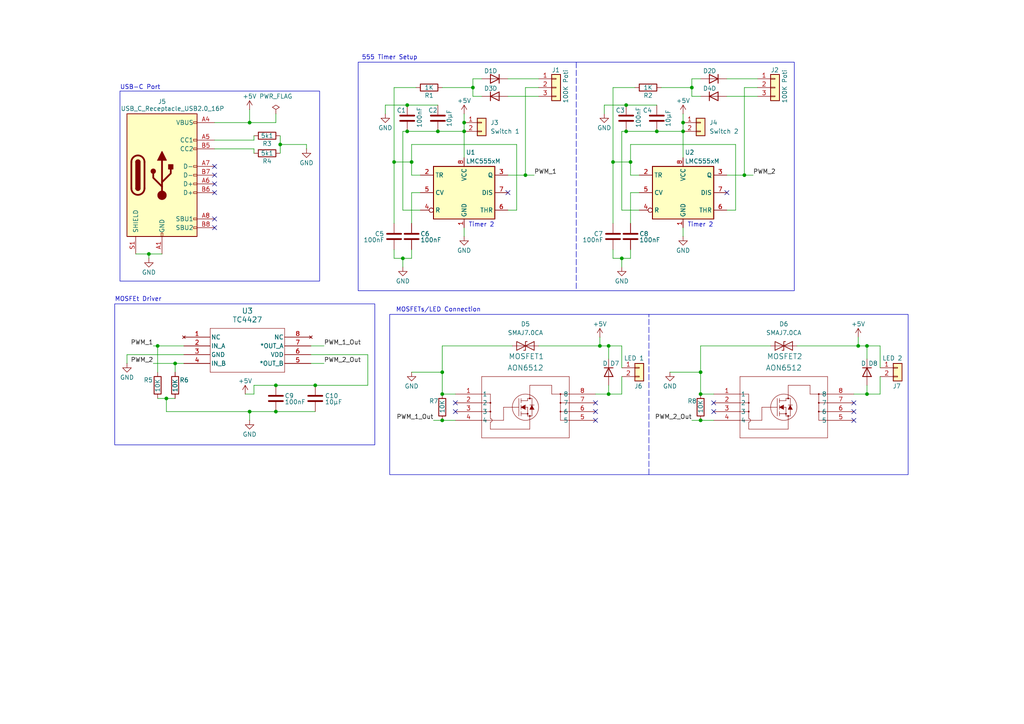
<source format=kicad_sch>
(kicad_sch (version 20231120) (generator "eeschema") (generator_version "8.0")
  (paper "A4")
  (lib_symbols
    (symbol "2025-04-27_13-59-50:TC4426CPA" (pin_names (offset 0.254))
      (property "Reference" "U3" (at 18.288 6.858 0))
      (property "Value" "TC4426CPA" (at 18.288 4.318 0))
      (symbol "TC4426CPA_0_1"
        (polyline (pts (xy 7.62 -10.16) (xy 29.21 -10.16)) (stroke (width 0.127)))
        (polyline (pts (xy 7.62 2.54) (xy 7.62 -10.16)) (stroke (width 0.127)))
        (polyline (pts (xy 29.21 -10.16) (xy 29.21 2.54)) (stroke (width 0.127)))
        (polyline (pts (xy 29.21 2.54) (xy 7.62 2.54)) (stroke (width 0.127)))
        (pin no_connect line (at 0 0 0) (length 7.62) (name "NC") (number "1"))
        (pin input line (at 0 -2.54 0) (length 7.62) (name "IN_A") (number "2"))
        (pin power_out line (at 0 -5.08 0) (length 7.62) (name "GND") (number "3"))
        (pin input line (at 0 -7.62 0) (length 7.62) (name "IN_B") (number "4"))
        (pin output line (at 36.83 -7.62 180) (length 7.62) (name "*OUT_B") (number "5"))
        (pin power_in line (at 36.83 -5.08 180) (length 7.62) (name "VDD") (number "6"))
        (pin output line (at 36.83 -2.54 180) (length 7.62) (name "*OUT_A") (number "7"))
        (pin no_connect line (at 36.83 0 180) (length 7.62) (name "NC") (number "8"))
      )
    )
    (symbol "AON6512_1" (pin_names (offset 0.254))
      (property "Reference" "MOSFET1" (at 20.574 10.922 0))
      (property "Value" "AON6512" (at 20.32 7.62 0))
      (symbol "AON6512_1_0_1"
        (polyline (pts (xy 7.62 -12.7) (xy 33.02 -12.7)) (stroke (width 0.127)))
        (polyline (pts (xy 7.62 -7.62) (xy 13.97 -7.62)) (stroke (width 0.127)))
        (polyline (pts (xy 7.62 -5.08) (xy 10.16 -5.08)) (stroke (width 0.127)))
        (polyline (pts (xy 7.62 -2.54) (xy 10.16 -2.54)) (stroke (width 0.127)))
        (polyline (pts (xy 7.62 0) (xy 10.16 0)) (stroke (width 0.127)))
        (polyline (pts (xy 7.62 5.08) (xy 7.62 -12.7)) (stroke (width 0.127)))
        (polyline (pts (xy 10.16 -10.16) (xy 21.59 -10.16)) (stroke (width 0.127)))
        (polyline (pts (xy 10.16 -8.128) (xy 10.16 -10.16)) (stroke (width 0.127)))
        (polyline (pts (xy 10.16 0) (xy 10.16 -7.112)) (stroke (width 0.127)))
        (polyline (pts (xy 13.97 -7.62) (xy 13.97 -3.81)) (stroke (width 0.127)))
        (polyline (pts (xy 13.97 -3.81) (xy 18.415 -3.81)) (stroke (width 0.127)))
        (polyline (pts (xy 18.415 -6.35) (xy 18.415 -1.27)) (stroke (width 0.127)))
        (polyline (pts (xy 19.05 -6.35) (xy 19.05 -5.08)) (stroke (width 0.127)))
        (polyline (pts (xy 19.05 -5.715) (xy 20.955 -5.715)) (stroke (width 0.127)))
        (polyline (pts (xy 19.05 -4.445) (xy 19.05 -3.175)) (stroke (width 0.127)))
        (polyline (pts (xy 19.05 -2.54) (xy 19.05 -1.27)) (stroke (width 0.127)))
        (polyline (pts (xy 19.05 -1.905) (xy 20.955 -1.905)) (stroke (width 0.127)))
        (polyline (pts (xy 20.32 -3.81) (xy 20.955 -3.81)) (stroke (width 0.127)))
        (polyline (pts (xy 20.955 -6.35) (xy 20.955 -3.81)) (stroke (width 0.127)))
        (polyline (pts (xy 20.955 -6.35) (xy 22.225 -6.35)) (stroke (width 0.127)))
        (polyline (pts (xy 20.955 -1.905) (xy 20.955 -1.27)) (stroke (width 0.127)))
        (polyline (pts (xy 20.955 -1.27) (xy 22.225 -1.27)) (stroke (width 0.127)))
        (polyline (pts (xy 21.59 -10.16) (xy 21.59 -6.35)) (stroke (width 0.127)))
        (polyline (pts (xy 21.59 2.54) (xy 21.59 -1.27)) (stroke (width 0.127)))
        (polyline (pts (xy 22.225 -6.35) (xy 22.225 -4.445)) (stroke (width 0.127)))
        (polyline (pts (xy 22.225 -3.175) (xy 22.225 -1.27)) (stroke (width 0.127)))
        (polyline (pts (xy 22.86 -3.175) (xy 21.59 -3.175)) (stroke (width 0.127)))
        (polyline (pts (xy 27.94 0) (xy 27.94 2.54)) (stroke (width 0.127)))
        (polyline (pts (xy 27.94 2.54) (xy 21.59 2.54)) (stroke (width 0.127)))
        (polyline (pts (xy 30.48 -7.62) (xy 30.48 0)) (stroke (width 0.127)))
        (polyline (pts (xy 33.02 -12.7) (xy 33.02 5.08)) (stroke (width 0.127)))
        (polyline (pts (xy 33.02 -7.62) (xy 30.48 -7.62)) (stroke (width 0.127)))
        (polyline (pts (xy 33.02 -5.08) (xy 30.48 -5.08)) (stroke (width 0.127)))
        (polyline (pts (xy 33.02 -2.54) (xy 30.48 -2.54)) (stroke (width 0.127)))
        (polyline (pts (xy 33.02 0) (xy 27.94 0)) (stroke (width 0.127)))
        (polyline (pts (xy 33.02 5.08) (xy 7.62 5.08)) (stroke (width 0.127)))
        (polyline (pts (xy 20.32 -3.175) (xy 19.05 -3.81) (xy 20.32 -4.445)) (fill (type outline)))
        (polyline (pts (xy 22.86 -4.445) (xy 21.59 -4.445) (xy 22.225 -3.175)) (fill (type outline)))
        (arc (start 10.16 -8.128) (mid 10.6657 -7.62) (end 10.16 -7.112) (stroke (width 0.127)))
        (circle (center 10.16 -5.08) (radius 0.127) (stroke (width 0.254)))
        (circle (center 10.16 -2.54) (radius 0.127) (stroke (width 0.254)))
        (circle (center 20.32 -3.81) (radius 3.81) (stroke (width 0.127)))
        (circle (center 20.955 -5.715) (radius 0.127) (stroke (width 0.254)))
        (circle (center 21.59 -6.35) (radius 0.127) (stroke (width 0.254)))
        (circle (center 21.59 -1.27) (radius 0.127) (stroke (width 0.254)))
        (circle (center 30.48 -5.08) (radius 0.127) (stroke (width 0.254)))
        (circle (center 30.48 -2.54) (radius 0.127) (stroke (width 0.254)))
        (circle (center 30.48 0) (radius 0.127) (stroke (width 0.254)))
        (pin passive line (at 0 0 0) (length 7.62) (name "1") (number "1"))
        (pin input line (at 0 -2.54 0) (length 7.62) (name "2") (number "2"))
        (pin input line (at 0 -5.08 0) (length 7.62) (name "3") (number "3"))
        (pin input line (at 0 -7.62 0) (length 7.62) (name "4") (number "4"))
        (pin output line (at 40.64 -7.62 180) (length 7.62) (name "5") (number "5"))
        (pin output line (at 40.64 -5.08 180) (length 7.62) (name "6") (number "6"))
        (pin output line (at 40.64 -2.54 180) (length 7.62) (name "7") (number "7"))
      )
      (symbol "AON6512_1_1_1"
        (pin power_out line (at 40.64 0 180) (length 7.62) (name "8") (number "8"))
      )
    )
    (symbol "AON6512_2" (pin_names (offset 0.254))
      (property "Reference" "MOSFET2" (at 20.574 10.922 0))
      (property "Value" "AON6512" (at 20.32 7.62 0))
      (symbol "AON6512_2_0_1"
        (polyline (pts (xy 7.62 -12.7) (xy 33.02 -12.7)) (stroke (width 0.127)))
        (polyline (pts (xy 7.62 -7.62) (xy 13.97 -7.62)) (stroke (width 0.127)))
        (polyline (pts (xy 7.62 -5.08) (xy 10.16 -5.08)) (stroke (width 0.127)))
        (polyline (pts (xy 7.62 -2.54) (xy 10.16 -2.54)) (stroke (width 0.127)))
        (polyline (pts (xy 7.62 0) (xy 10.16 0)) (stroke (width 0.127)))
        (polyline (pts (xy 7.62 5.08) (xy 7.62 -12.7)) (stroke (width 0.127)))
        (polyline (pts (xy 10.16 -10.16) (xy 21.59 -10.16)) (stroke (width 0.127)))
        (polyline (pts (xy 10.16 -8.128) (xy 10.16 -10.16)) (stroke (width 0.127)))
        (polyline (pts (xy 10.16 0) (xy 10.16 -7.112)) (stroke (width 0.127)))
        (polyline (pts (xy 13.97 -7.62) (xy 13.97 -3.81)) (stroke (width 0.127)))
        (polyline (pts (xy 13.97 -3.81) (xy 18.415 -3.81)) (stroke (width 0.127)))
        (polyline (pts (xy 18.415 -6.35) (xy 18.415 -1.27)) (stroke (width 0.127)))
        (polyline (pts (xy 19.05 -6.35) (xy 19.05 -5.08)) (stroke (width 0.127)))
        (polyline (pts (xy 19.05 -5.715) (xy 20.955 -5.715)) (stroke (width 0.127)))
        (polyline (pts (xy 19.05 -4.445) (xy 19.05 -3.175)) (stroke (width 0.127)))
        (polyline (pts (xy 19.05 -2.54) (xy 19.05 -1.27)) (stroke (width 0.127)))
        (polyline (pts (xy 19.05 -1.905) (xy 20.955 -1.905)) (stroke (width 0.127)))
        (polyline (pts (xy 20.32 -3.81) (xy 20.955 -3.81)) (stroke (width 0.127)))
        (polyline (pts (xy 20.955 -6.35) (xy 20.955 -3.81)) (stroke (width 0.127)))
        (polyline (pts (xy 20.955 -6.35) (xy 22.225 -6.35)) (stroke (width 0.127)))
        (polyline (pts (xy 20.955 -1.905) (xy 20.955 -1.27)) (stroke (width 0.127)))
        (polyline (pts (xy 20.955 -1.27) (xy 22.225 -1.27)) (stroke (width 0.127)))
        (polyline (pts (xy 21.59 -10.16) (xy 21.59 -6.35)) (stroke (width 0.127)))
        (polyline (pts (xy 21.59 2.54) (xy 21.59 -1.27)) (stroke (width 0.127)))
        (polyline (pts (xy 22.225 -6.35) (xy 22.225 -4.445)) (stroke (width 0.127)))
        (polyline (pts (xy 22.225 -3.175) (xy 22.225 -1.27)) (stroke (width 0.127)))
        (polyline (pts (xy 22.86 -3.175) (xy 21.59 -3.175)) (stroke (width 0.127)))
        (polyline (pts (xy 27.94 0) (xy 27.94 2.54)) (stroke (width 0.127)))
        (polyline (pts (xy 27.94 2.54) (xy 21.59 2.54)) (stroke (width 0.127)))
        (polyline (pts (xy 30.48 -7.62) (xy 30.48 0)) (stroke (width 0.127)))
        (polyline (pts (xy 33.02 -12.7) (xy 33.02 5.08)) (stroke (width 0.127)))
        (polyline (pts (xy 33.02 -7.62) (xy 30.48 -7.62)) (stroke (width 0.127)))
        (polyline (pts (xy 33.02 -5.08) (xy 30.48 -5.08)) (stroke (width 0.127)))
        (polyline (pts (xy 33.02 -2.54) (xy 30.48 -2.54)) (stroke (width 0.127)))
        (polyline (pts (xy 33.02 0) (xy 27.94 0)) (stroke (width 0.127)))
        (polyline (pts (xy 33.02 5.08) (xy 7.62 5.08)) (stroke (width 0.127)))
        (polyline (pts (xy 20.32 -3.175) (xy 19.05 -3.81) (xy 20.32 -4.445)) (fill (type outline)))
        (polyline (pts (xy 22.86 -4.445) (xy 21.59 -4.445) (xy 22.225 -3.175)) (fill (type outline)))
        (arc (start 10.16 -8.128) (mid 10.6657 -7.62) (end 10.16 -7.112) (stroke (width 0.127)))
        (circle (center 10.16 -5.08) (radius 0.127) (stroke (width 0.254)))
        (circle (center 10.16 -2.54) (radius 0.127) (stroke (width 0.254)))
        (circle (center 20.32 -3.81) (radius 3.81) (stroke (width 0.127)))
        (circle (center 20.955 -5.715) (radius 0.127) (stroke (width 0.254)))
        (circle (center 21.59 -6.35) (radius 0.127) (stroke (width 0.254)))
        (circle (center 21.59 -1.27) (radius 0.127) (stroke (width 0.254)))
        (circle (center 30.48 -5.08) (radius 0.127) (stroke (width 0.254)))
        (circle (center 30.48 -2.54) (radius 0.127) (stroke (width 0.254)))
        (circle (center 30.48 0) (radius 0.127) (stroke (width 0.254)))
        (pin passive line (at 0 0 0) (length 7.62) (name "1") (number "1"))
        (pin input line (at 0 -2.54 0) (length 7.62) (name "2") (number "2"))
        (pin input line (at 0 -5.08 0) (length 7.62) (name "3") (number "3"))
        (pin input line (at 0 -7.62 0) (length 7.62) (name "4") (number "4"))
        (pin output line (at 40.64 -7.62 180) (length 7.62) (name "5") (number "5"))
        (pin output line (at 40.64 -5.08 180) (length 7.62) (name "6") (number "6"))
        (pin output line (at 40.64 -2.54 180) (length 7.62) (name "7") (number "7"))
      )
      (symbol "AON6512_2_1_1"
        (pin power_out line (at 40.64 0 180) (length 7.62) (name "8") (number "8"))
      )
    )
    (symbol "Connector:USB_C_Receptacle_USB2.0_16P" (pin_names (offset 1.016))
      (property "Reference" "J5" (at 0 21.336 0))
      (property "Value" "USB_C_Receptacle_USB2.0_16P" (at 3.048 19.304 0))
      (symbol "USB_C_Receptacle_USB2.0_16P_0_0"
        (rectangle (start -0.254 -17.78) (end 0.254 -16.764))
        (rectangle (start 10.16 -14.986) (end 9.144 -15.494))
        (rectangle (start 10.16 -12.446) (end 9.144 -12.954))
        (rectangle (start 10.16 -4.826) (end 9.144 -5.334))
        (rectangle (start 10.16 -2.286) (end 9.144 -2.794))
        (rectangle (start 10.16 0.254) (end 9.144 -0.254))
        (rectangle (start 10.16 2.794) (end 9.144 2.286))
        (rectangle (start 10.16 7.874) (end 9.144 7.366))
        (rectangle (start 10.16 10.414) (end 9.144 9.906))
        (rectangle (start 10.16 15.494) (end 9.144 14.986))
      )
      (symbol "USB_C_Receptacle_USB2.0_16P_0_1"
        (rectangle (start -10.16 17.78) (end 10.16 -17.78) (stroke (width 0.254)) (fill (type background)))
        (arc (start -8.89 -3.81) (mid -6.985 -5.7067) (end -5.08 -3.81) (stroke (width 0.508)))
        (arc (start -7.62 -3.81) (mid -6.985 -4.4423) (end -6.35 -3.81) (stroke (width 0.254)))
        (arc (start -7.62 -3.81) (mid -6.985 -4.4423) (end -6.35 -3.81) (stroke (width 0.254)) (fill (type outline)))
        (rectangle (start -7.62 -3.81) (end -6.35 3.81) (stroke (width 0.254)) (fill (type outline)))
        (arc (start -6.35 3.81) (mid -6.985 4.4423) (end -7.62 3.81) (stroke (width 0.254)))
        (arc (start -6.35 3.81) (mid -6.985 4.4423) (end -7.62 3.81) (stroke (width 0.254)) (fill (type outline)))
        (arc (start -5.08 3.81) (mid -6.985 5.7067) (end -8.89 3.81) (stroke (width 0.508)))
        (circle (center -2.54 1.143) (radius 0.635) (stroke (width 0.254)) (fill (type outline)))
        (circle (center 0 -5.842) (radius 1.27) (fill (type outline)))
        (polyline (pts (xy -8.89 -3.81) (xy -8.89 3.81)) (stroke (width 0.508)))
        (polyline (pts (xy -5.08 3.81) (xy -5.08 -3.81)) (stroke (width 0.508)))
        (polyline (pts (xy 0 -5.842) (xy 0 4.318)) (stroke (width 0.508)))
        (polyline (pts (xy 0 -3.302) (xy -2.54 -0.762) (xy -2.54 0.508)) (stroke (width 0.508)))
        (polyline (pts (xy 0 -2.032) (xy 2.54 0.508) (xy 2.54 1.778)) (stroke (width 0.508)))
        (polyline (pts (xy -1.27 4.318) (xy 0 6.858) (xy 1.27 4.318) (xy -1.27 4.318)) (stroke (width 0.254)) (fill (type outline)))
        (rectangle (start 1.905 1.778) (end 3.175 3.048) (stroke (width 0.254)) (fill (type outline)))
      )
      (symbol "USB_C_Receptacle_USB2.0_16P_1_1"
        (pin passive line (at 0 -22.86 90) (length 5.08) (name "GND") (number "A1"))
        (pin passive line (at 0 -22.86 90) (length 5.08) hide (name "GND") (number "A12"))
        (pin passive line (at 15.24 15.24 180) (length 5.08) (name "VBUS") (number "A4"))
        (pin bidirectional line (at 15.24 10.16 180) (length 5.08) (name "CC1") (number "A5"))
        (pin bidirectional line (at 15.24 -2.54 180) (length 5.08) (name "D+") (number "A6"))
        (pin bidirectional line (at 15.24 2.54 180) (length 5.08) (name "D-") (number "A7"))
        (pin bidirectional line (at 15.24 -12.7 180) (length 5.08) (name "SBU1") (number "A8"))
        (pin passive line (at 15.24 15.24 180) (length 5.08) hide (name "VBUS") (number "A9"))
        (pin passive line (at 0 -22.86 90) (length 5.08) hide (name "GND") (number "B1"))
        (pin passive line (at 0 -22.86 90) (length 5.08) hide (name "GND") (number "B12"))
        (pin passive line (at 15.24 15.24 180) (length 5.08) hide (name "VBUS") (number "B4"))
        (pin bidirectional line (at 15.24 7.62 180) (length 5.08) (name "CC2") (number "B5"))
        (pin bidirectional line (at 15.24 -5.08 180) (length 5.08) (name "D+") (number "B6"))
        (pin bidirectional line (at 15.24 0 180) (length 5.08) (name "D-") (number "B7"))
        (pin bidirectional line (at 15.24 -15.24 180) (length 5.08) (name "SBU2") (number "B8"))
        (pin passive line (at 15.24 15.24 180) (length 5.08) hide (name "VBUS") (number "B9"))
        (pin passive line (at -7.62 -22.86 90) (length 5.08) (name "SHIELD") (number "S1"))
      )
    )
    (symbol "Connector_Generic:Conn_01x02" (pin_names (offset 1.016) hide)
      (property "Reference" "J" (at 0 2.54 0))
      (property "Value" "Conn_01x02" (at 0 -5.08 0))
      (symbol "Conn_01x02_1_1"
        (rectangle (start -1.27 -2.413) (end 0 -2.667) (stroke (width 0.1524)))
        (rectangle (start -1.27 0.127) (end 0 -0.127) (stroke (width 0.1524)))
        (rectangle (start -1.27 1.27) (end 1.27 -3.81) (stroke (width 0.254)) (fill (type background)))
        (pin passive line (at -5.08 0 0) (length 3.81) (name "Pin_1") (number "1"))
        (pin passive line (at -5.08 -2.54 0) (length 3.81) (name "Pin_2") (number "2"))
      )
    )
    (symbol "Connector_Generic:Conn_01x03" (pin_names (offset 1.016) hide)
      (property "Reference" "J" (at 0 5.08 0))
      (property "Value" "Conn_01x03" (at 0 -5.08 0))
      (symbol "Conn_01x03_1_1"
        (rectangle (start -1.27 -2.413) (end 0 -2.667) (stroke (width 0.1524)))
        (rectangle (start -1.27 0.127) (end 0 -0.127) (stroke (width 0.1524)))
        (rectangle (start -1.27 2.667) (end 0 2.413) (stroke (width 0.1524)))
        (rectangle (start -1.27 3.81) (end 1.27 -3.81) (stroke (width 0.254)) (fill (type background)))
        (pin passive line (at -5.08 2.54 0) (length 3.81) (name "Pin_1") (number "1"))
        (pin passive line (at -5.08 0 0) (length 3.81) (name "Pin_2") (number "2"))
        (pin passive line (at -5.08 -2.54 0) (length 3.81) (name "Pin_3") (number "3"))
      )
    )
    (symbol "Device:C" (pin_numbers hide) (pin_names (offset 0.254))
      (property "Reference" "C" (at 0.635 2.54 0))
      (property "Value" "C" (at 0.635 -2.54 0))
      (symbol "C_0_1"
        (polyline (pts (xy -2.032 -0.762) (xy 2.032 -0.762)) (stroke (width 0.508)))
        (polyline (pts (xy -2.032 0.762) (xy 2.032 0.762)) (stroke (width 0.508)))
      )
      (symbol "C_1_1"
        (pin passive line (at 0 3.81 270) (length 2.794) (name "~") (number "1"))
        (pin passive line (at 0 -3.81 90) (length 2.794) (name "~") (number "2"))
      )
    )
    (symbol "Device:D" (pin_numbers hide) (pin_names (offset 1.016) hide)
      (property "Reference" "D" (at 0 2.54 0))
      (property "Value" "D" (at 0 -2.54 0))
      (symbol "D_0_1"
        (polyline (pts (xy -1.27 1.27) (xy -1.27 -1.27)) (stroke (width 0.254)))
        (polyline (pts (xy 1.27 0) (xy -1.27 0)))
        (polyline (pts (xy 1.27 1.27) (xy 1.27 -1.27) (xy -1.27 0) (xy 1.27 1.27)) (stroke (width 0.254)))
      )
      (symbol "D_1_1"
        (pin passive line (at -3.81 0 0) (length 2.54) (name "K") (number "1"))
        (pin passive line (at 3.81 0 180) (length 2.54) (name "A") (number "2"))
      )
    )
    (symbol "Device:R" (pin_numbers hide) (pin_names (offset 0))
      (property "Reference" "R" (at 2.032 0 90))
      (property "Value" "R" (at 0 0 90))
      (symbol "R_0_1"
        (rectangle (start -1.016 -2.54) (end 1.016 2.54) (stroke (width 0.254)))
      )
      (symbol "R_1_1"
        (pin passive line (at 0 3.81 270) (length 1.27) (name "~") (number "1"))
        (pin passive line (at 0 -3.81 90) (length 1.27) (name "~") (number "2"))
      )
    )
    (symbol "Diode:SMAJ7.0CA" (pin_numbers hide) (pin_names (offset 1.016) hide)
      (property "Reference" "D" (at 0 2.54 0))
      (property "Value" "SMAJ7.0CA" (at 0 -2.54 0))
      (symbol "SMAJ7.0CA_0_1"
        (polyline (pts (xy 1.27 0) (xy -1.27 0)))
        (polyline (pts (xy -2.54 -1.27) (xy 0 0) (xy -2.54 1.27) (xy -2.54 -1.27)) (stroke (width 0.2032)))
        (polyline (pts (xy 0.508 1.27) (xy 0 1.27) (xy 0 -1.27) (xy -0.508 -1.27)) (stroke (width 0.2032)))
        (polyline (pts (xy 2.54 1.27) (xy 2.54 -1.27) (xy 0 0) (xy 2.54 1.27)) (stroke (width 0.2032)))
      )
      (symbol "SMAJ7.0CA_1_1"
        (pin passive line (at -3.81 0 0) (length 2.54) (name "A1") (number "1"))
        (pin passive line (at 3.81 0 180) (length 2.54) (name "A2") (number "2"))
      )
    )
    (symbol "Timer:LMC555xM"
      (property "Reference" "U" (at -10.16 8.89 0))
      (property "Value" "LMC555xM" (at 2.54 8.89 0))
      (symbol "LMC555xM_0_0"
        (pin power_in line (at 0 -10.16 90) (length 2.54) (name "GND") (number "1"))
        (pin power_in line (at 0 10.16 270) (length 2.54) (name "VCC") (number "8"))
      )
      (symbol "LMC555xM_0_1"
        (rectangle (start -8.89 -7.62) (end 8.89 7.62) (stroke (width 0.254)) (fill (type background)))
        (rectangle (start -8.89 -7.62) (end 8.89 7.62) (stroke (width 0.254)) (fill (type background)))
      )
      (symbol "LMC555xM_1_1"
        (pin input line (at -12.7 5.08 0) (length 3.81) (name "TR") (number "2"))
        (pin output line (at 12.7 5.08 180) (length 3.81) (name "Q") (number "3"))
        (pin input inverted (at -12.7 -5.08 0) (length 3.81) (name "R") (number "4"))
        (pin input line (at -12.7 0 0) (length 3.81) (name "CV") (number "5"))
        (pin input line (at 12.7 -5.08 180) (length 3.81) (name "THR") (number "6"))
        (pin input line (at 12.7 0 180) (length 3.81) (name "DIS") (number "7"))
      )
    )
    (symbol "power:+5V" (power) (pin_numbers hide) (pin_names (offset 0) hide)
      (property "Value" "+5V" (at 0 3.556 0))
      (symbol "+5V_0_1"
        (polyline (pts (xy -0.762 1.27) (xy 0 2.54)))
        (polyline (pts (xy 0 0) (xy 0 2.54)))
        (polyline (pts (xy 0 2.54) (xy 0.762 1.27)))
      )
      (symbol "+5V_1_1"
        (pin power_in line (at 0 0 90) (length 0) (name "~") (number "1"))
      )
    )
    (symbol "power:GND" (power) (pin_numbers hide) (pin_names (offset 0) hide)
      (property "Value" "GND" (at 0 -3.81 0))
      (symbol "GND_0_1"
        (polyline (pts (xy 0 0) (xy 0 -1.27) (xy 1.27 -1.27) (xy 0 -2.54) (xy -1.27 -1.27) (xy 0 -1.27)))
      )
      (symbol "GND_1_1"
        (pin power_in line (at 0 0 270) (length 0) (name "~") (number "1"))
      )
    )
    (symbol "power:PWR_FLAG" (power) (pin_numbers hide) (pin_names (offset 0) hide)
      (property "Value" "PWR_FLAG" (at 0 3.81 0))
      (symbol "PWR_FLAG_0_0"
        (pin power_out line (at 0 0 90) (length 0) (name "~") (number "1"))
      )
      (symbol "PWR_FLAG_0_1"
        (polyline (pts (xy 0 0) (xy 0 1.27) (xy -1.016 1.905) (xy 0 2.54) (xy 1.016 1.905) (xy 0 1.27)))
      )
    )
  )
  (junction (at 43.18 73.66))
  (junction (at 248.92 100.33))
  (junction (at 176.53 100.33))
  (junction (at 127 38.1))
  (junction (at 215.9 50.8))
  (junction (at 72.39 35.56))
  (junction (at 198.12 35.56))
  (junction (at 176.53 114.3))
  (junction (at 203.2 107.95))
  (junction (at 118.11 38.1))
  (junction (at 128.27 121.92))
  (junction (at 173.99 100.33))
  (junction (at 203.2 114.3))
  (junction (at 91.44 111.76))
  (junction (at 200.66 25.4))
  (junction (at 203.2 121.92))
  (junction (at 50.8 105.41))
  (junction (at 119.38 46.99))
  (junction (at 137.16 25.4))
  (junction (at 128.27 107.95))
  (junction (at 72.39 119.38))
  (junction (at 48.26 115.57))
  (junction (at 182.88 46.99))
  (junction (at 114.3 46.99))
  (junction (at 80.01 119.38))
  (junction (at 190.5 38.1))
  (junction (at 181.61 38.1))
  (junction (at 152.4 50.8))
  (junction (at 118.11 30.48))
  (junction (at 181.61 30.48))
  (junction (at 128.27 114.3))
  (junction (at 134.62 38.1))
  (junction (at 80.01 111.76))
  (junction (at 134.62 35.56))
  (junction (at 45.72 100.33))
  (junction (at 177.8 46.99))
  (junction (at 180.34 74.93))
  (junction (at 251.46 114.3))
  (junction (at 81.28 41.91))
  (junction (at 251.46 100.33))
  (junction (at 116.84 74.93))
  (junction (at 198.12 38.1))
  (no_connect (at 247.65 116.84))
  (no_connect (at 207.01 119.38))
  (no_connect (at 62.23 55.88))
  (no_connect (at 247.65 119.38))
  (no_connect (at 147.32 55.88))
  (no_connect (at 172.72 119.38))
  (no_connect (at 62.23 53.34))
  (no_connect (at 207.01 116.84))
  (no_connect (at 62.23 50.8))
  (no_connect (at 62.23 48.26))
  (no_connect (at 210.82 55.88))
  (no_connect (at 247.65 121.92))
  (no_connect (at 62.23 63.5))
  (no_connect (at 132.08 116.84))
  (no_connect (at 172.72 116.84))
  (no_connect (at 132.08 119.38))
  (no_connect (at 172.72 121.92))
  (no_connect (at 62.23 66.04))
  (wire (pts (xy 210.82 27.94) (xy 219.71 27.94)))
  (wire (pts (xy 88.9 41.91) (xy 88.9 43.18)))
  (wire (pts (xy 119.38 107.95) (xy 128.27 107.95)))
  (wire (pts (xy 119.38 41.91) (xy 149.86 41.91)))
  (wire (pts (xy 81.28 41.91) (xy 81.28 44.45)))
  (wire (pts (xy 90.17 102.87) (xy 106.68 102.87)))
  (wire (pts (xy 200.66 121.92) (xy 203.2 121.92)))
  (wire (pts (xy 177.8 74.93) (xy 177.8 72.39)))
  (wire (pts (xy 80.01 111.76) (xy 91.44 111.76)))
  (wire (pts (xy 176.53 100.33) (xy 176.53 104.14)))
  (wire (pts (xy 116.84 74.93) (xy 119.38 74.93)))
  (wire (pts (xy 127 38.1) (xy 134.62 38.1)))
  (wire (pts (xy 119.38 74.93) (xy 119.38 72.39)))
  (wire (pts (xy 71.12 114.3) (xy 73.66 114.3)))
  (wire (pts (xy 173.99 100.33) (xy 156.21 100.33)))
  (wire (pts (xy 62.23 40.64) (xy 73.66 40.64)))
  (wire (pts (xy 180.34 106.68) (xy 180.34 100.33)))
  (wire (pts (xy 134.62 38.1) (xy 134.62 45.72)))
  (wire (pts (xy 114.3 46.99) (xy 114.3 64.77)))
  (wire (pts (xy 116.84 74.93) (xy 116.84 77.47)))
  (wire (pts (xy 119.38 46.99) (xy 114.3 46.99)))
  (wire (pts (xy 121.92 55.88) (xy 119.38 55.88)))
  (wire (pts (xy 180.34 74.93) (xy 182.88 74.93)))
  (wire (pts (xy 80.01 35.56) (xy 80.01 33.02)))
  (wire (pts (xy 176.53 114.3) (xy 172.72 114.3)))
  (wire (pts (xy 114.3 74.93) (xy 116.84 74.93)))
  (wire (pts (xy 215.9 50.8) (xy 210.82 50.8)))
  (wire (pts (xy 39.37 73.66) (xy 43.18 73.66)))
  (wire (pts (xy 156.21 25.4) (xy 152.4 25.4)))
  (wire (pts (xy 181.61 38.1) (xy 190.5 38.1)))
  (wire (pts (xy 119.38 50.8) (xy 121.92 50.8)))
  (wire (pts (xy 152.4 50.8) (xy 147.32 50.8)))
  (wire (pts (xy 251.46 100.33) (xy 248.92 100.33)))
  (wire (pts (xy 177.8 74.93) (xy 180.34 74.93)))
  (polyline (pts (xy 188.214 137.668) (xy 188.214 91.186)) (stroke (width 0) (type dash)))
  (wire (pts (xy 248.92 97.79) (xy 248.92 100.33)))
  (wire (pts (xy 134.62 68.58) (xy 134.62 66.04)))
  (wire (pts (xy 251.46 100.33) (xy 251.46 104.14)))
  (wire (pts (xy 200.66 25.4) (xy 191.77 25.4)))
  (wire (pts (xy 73.66 40.64) (xy 73.66 39.37)))
  (wire (pts (xy 190.5 38.1) (xy 198.12 38.1)))
  (wire (pts (xy 43.18 73.66) (xy 43.18 74.93)))
  (wire (pts (xy 44.45 105.41) (xy 50.8 105.41)))
  (polyline (pts (xy 167.132 18.034) (xy 167.132 84.328)) (stroke (width 0) (type dash)))
  (wire (pts (xy 223.52 100.33) (xy 203.2 100.33)))
  (wire (pts (xy 137.16 25.4) (xy 137.16 22.86)))
  (wire (pts (xy 80.01 119.38) (xy 72.39 119.38)))
  (wire (pts (xy 72.39 35.56) (xy 80.01 35.56)))
  (wire (pts (xy 45.72 100.33) (xy 53.34 100.33)))
  (wire (pts (xy 73.66 111.76) (xy 80.01 111.76)))
  (wire (pts (xy 147.32 27.94) (xy 156.21 27.94)))
  (wire (pts (xy 180.34 60.96) (xy 185.42 60.96)))
  (wire (pts (xy 119.38 55.88) (xy 119.38 64.77)))
  (wire (pts (xy 200.66 27.94) (xy 200.66 25.4)))
  (wire (pts (xy 219.71 25.4) (xy 215.9 25.4)))
  (wire (pts (xy 210.82 22.86) (xy 219.71 22.86)))
  (wire (pts (xy 128.27 114.3) (xy 132.08 114.3)))
  (wire (pts (xy 137.16 25.4) (xy 128.27 25.4)))
  (wire (pts (xy 198.12 68.58) (xy 198.12 66.04)))
  (wire (pts (xy 213.36 60.96) (xy 210.82 60.96)))
  (wire (pts (xy 213.36 41.91) (xy 213.36 60.96)))
  (wire (pts (xy 125.73 121.92) (xy 128.27 121.92)))
  (wire (pts (xy 182.88 46.99) (xy 182.88 50.8)))
  (wire (pts (xy 184.15 25.4) (xy 177.8 25.4)))
  (wire (pts (xy 177.8 25.4) (xy 177.8 46.99)))
  (wire (pts (xy 255.27 106.68) (xy 255.27 100.33)))
  (wire (pts (xy 139.7 27.94) (xy 137.16 27.94)))
  (wire (pts (xy 36.83 102.87) (xy 36.83 105.41)))
  (wire (pts (xy 176.53 111.76) (xy 176.53 114.3)))
  (wire (pts (xy 190.5 30.48) (xy 181.61 30.48)))
  (wire (pts (xy 255.27 114.3) (xy 251.46 114.3)))
  (wire (pts (xy 203.2 27.94) (xy 200.66 27.94)))
  (wire (pts (xy 128.27 121.92) (xy 132.08 121.92)))
  (wire (pts (xy 72.39 119.38) (xy 72.39 121.92)))
  (wire (pts (xy 198.12 33.02) (xy 198.12 35.56)))
  (wire (pts (xy 91.44 111.76) (xy 106.68 111.76)))
  (wire (pts (xy 182.88 55.88) (xy 182.88 64.77)))
  (wire (pts (xy 180.34 38.1) (xy 180.34 60.96)))
  (wire (pts (xy 255.27 100.33) (xy 251.46 100.33)))
  (wire (pts (xy 81.28 41.91) (xy 88.9 41.91)))
  (wire (pts (xy 182.88 50.8) (xy 185.42 50.8)))
  (wire (pts (xy 80.01 119.38) (xy 91.44 119.38)))
  (wire (pts (xy 81.28 39.37) (xy 81.28 41.91)))
  (wire (pts (xy 118.11 30.48) (xy 111.76 30.48)))
  (wire (pts (xy 45.72 115.57) (xy 48.26 115.57)))
  (wire (pts (xy 111.76 30.48) (xy 111.76 33.02)))
  (wire (pts (xy 118.11 30.48) (xy 127 30.48)))
  (wire (pts (xy 120.65 25.4) (xy 114.3 25.4)))
  (wire (pts (xy 198.12 35.56) (xy 198.12 38.1)))
  (wire (pts (xy 251.46 111.76) (xy 251.46 114.3)))
  (wire (pts (xy 203.2 100.33) (xy 203.2 107.95)))
  (wire (pts (xy 152.4 25.4) (xy 152.4 50.8)))
  (wire (pts (xy 134.62 35.56) (xy 134.62 38.1)))
  (wire (pts (xy 116.84 38.1) (xy 116.84 60.96)))
  (wire (pts (xy 255.27 109.22) (xy 255.27 114.3)))
  (wire (pts (xy 45.72 100.33) (xy 45.72 107.95)))
  (wire (pts (xy 203.2 107.95) (xy 203.2 114.3)))
  (wire (pts (xy 182.88 74.93) (xy 182.88 72.39)))
  (wire (pts (xy 44.45 100.33) (xy 45.72 100.33)))
  (wire (pts (xy 147.32 22.86) (xy 156.21 22.86)))
  (wire (pts (xy 182.88 41.91) (xy 182.88 46.99)))
  (wire (pts (xy 177.8 46.99) (xy 177.8 64.77)))
  (wire (pts (xy 48.26 115.57) (xy 48.26 119.38)))
  (wire (pts (xy 149.86 60.96) (xy 147.32 60.96)))
  (wire (pts (xy 203.2 114.3) (xy 207.01 114.3)))
  (wire (pts (xy 182.88 41.91) (xy 213.36 41.91)))
  (wire (pts (xy 200.66 22.86) (xy 203.2 22.86)))
  (wire (pts (xy 149.86 41.91) (xy 149.86 60.96)))
  (wire (pts (xy 180.34 114.3) (xy 176.53 114.3)))
  (wire (pts (xy 137.16 27.94) (xy 137.16 25.4)))
  (wire (pts (xy 180.34 74.93) (xy 180.34 77.47)))
  (wire (pts (xy 48.26 115.57) (xy 50.8 115.57)))
  (wire (pts (xy 251.46 114.3) (xy 247.65 114.3)))
  (wire (pts (xy 116.84 38.1) (xy 118.11 38.1)))
  (wire (pts (xy 90.17 105.41) (xy 93.98 105.41)))
  (wire (pts (xy 215.9 50.8) (xy 218.44 50.8)))
  (wire (pts (xy 185.42 55.88) (xy 182.88 55.88)))
  (wire (pts (xy 203.2 121.92) (xy 207.01 121.92)))
  (wire (pts (xy 148.59 100.33) (xy 128.27 100.33)))
  (wire (pts (xy 73.66 43.18) (xy 73.66 44.45)))
  (wire (pts (xy 180.34 100.33) (xy 176.53 100.33)))
  (wire (pts (xy 90.17 100.33) (xy 93.98 100.33)))
  (wire (pts (xy 176.53 100.33) (xy 173.99 100.33)))
  (wire (pts (xy 114.3 74.93) (xy 114.3 72.39)))
  (wire (pts (xy 50.8 105.41) (xy 53.34 105.41)))
  (wire (pts (xy 215.9 25.4) (xy 215.9 50.8)))
  (wire (pts (xy 128.27 107.95) (xy 128.27 114.3)))
  (wire (pts (xy 116.84 60.96) (xy 121.92 60.96)))
  (wire (pts (xy 137.16 22.86) (xy 139.7 22.86)))
  (wire (pts (xy 118.11 38.1) (xy 127 38.1)))
  (wire (pts (xy 128.27 100.33) (xy 128.27 107.95)))
  (wire (pts (xy 73.66 114.3) (xy 73.66 111.76)))
  (wire (pts (xy 200.66 25.4) (xy 200.66 22.86)))
  (wire (pts (xy 177.8 46.99) (xy 182.88 46.99)))
  (wire (pts (xy 119.38 46.99) (xy 119.38 41.91)))
  (wire (pts (xy 53.34 102.87) (xy 36.83 102.87)))
  (wire (pts (xy 173.99 97.79) (xy 173.99 100.33)))
  (wire (pts (xy 48.26 119.38) (xy 72.39 119.38)))
  (wire (pts (xy 62.23 43.18) (xy 73.66 43.18)))
  (wire (pts (xy 62.23 35.56) (xy 72.39 35.56)))
  (wire (pts (xy 134.62 33.02) (xy 134.62 35.56)))
  (wire (pts (xy 181.61 30.48) (xy 175.26 30.48)))
  (wire (pts (xy 50.8 105.41) (xy 50.8 107.95)))
  (wire (pts (xy 198.12 38.1) (xy 198.12 45.72)))
  (wire (pts (xy 43.18 73.66) (xy 46.99 73.66)))
  (wire (pts (xy 152.4 50.8) (xy 154.94 50.8)))
  (wire (pts (xy 119.38 46.99) (xy 119.38 50.8)))
  (wire (pts (xy 248.92 100.33) (xy 231.14 100.33)))
  (wire (pts (xy 180.34 109.22) (xy 180.34 114.3)))
  (wire (pts (xy 180.34 38.1) (xy 181.61 38.1)))
  (wire (pts (xy 114.3 25.4) (xy 114.3 46.99)))
  (wire (pts (xy 72.39 31.75) (xy 72.39 35.56)))
  (wire (pts (xy 175.26 30.48) (xy 175.26 33.02)))
  (wire (pts (xy 194.31 107.95) (xy 203.2 107.95)))
  (wire (pts (xy 106.68 102.87) (xy 106.68 111.76)))
  (rectangle (start 34.798 26.416) (end 92.71 81.534))
  (rectangle (start 113.03 91.186) (end 263.398 137.668))
  (rectangle (start 103.886 18.034) (end 230.378 84.328))
  (rectangle (start 33.274 88.138) (end 108.712 129.032))
  (text "555 Timer Setup" (at 104.902 16.764 0) (effects (font (size 1.27 1.27)) (justify left)))
  (text "MOSFEt Driver" (at 33.274 86.868 0) (effects (font (size 1.27 1.27)) (justify left)))
  (text "USB-C Port" (at 34.798 25.4 0) (effects (font (size 1.27 1.27)) (justify left)))
  (text "Timer 2" (at 199.39 65.278 0) (effects (font (size 1.27 1.27)) (justify left)))
  (text "MOSFETs/LED Connection" (at 114.808 89.916 0) (effects (font (size 1.27 1.27)) (justify left)))
  (text "Timer 2" (at 135.89 65.278 0) (effects (font (size 1.27 1.27)) (justify left)))
  (label "PWM_1" (at 154.94 50.8 0))
  (label "PWM_2" (at 218.44 50.8 0))
  (label "PWM_1_Out" (at 93.98 100.33 0))
  (label "PWM_2_Out" (at 200.66 121.92 180))
  (label "PWM_2_Out" (at 93.98 105.41 0))
  (label "PWM_1_Out" (at 125.73 121.92 180))
  (label "PWM_1" (at 44.45 100.33 180))
  (label "PWM_2" (at 44.45 105.41 180))
  (symbol (lib_id "power:GND") (at 88.9 43.18 0) (unit 1)
    (property "Reference" "#PWR6" (effects (hide yes)))
    (property "Value" "GND" (at 88.9 47.244 0))
    (property "Description" "Power symbol creates a global label with name \"GND\" , ground" (effects (hide yes)))
  )
  (symbol (lib_id "power:GND") (at 111.76 33.02 0) (unit 1)
    (property "Reference" "#PWR2" (effects (hide yes)))
    (property "Value" "GND" (at 111.76 37.084 0))
    (property "Description" "Power symbol creates a global label with name \"GND\" , ground" (effects (hide yes)))
  )
  (symbol (lib_id "Device:R") (at 187.96 25.4 90) (unit 1)
    (property "Reference" "R2" (at 187.96 27.686 90))
    (property "Value" "1K" (at 187.96 25.4 90))
    (property "Footprint" "Resistor_SMD:R_0603_1608Metric_Pad0.98x0.95mm_HandSolder" (effects (hide yes)))
    (property "Description" "Resistor" (effects (hide yes)))
  )
  (symbol (lib_id "Device:C") (at 118.11 34.29 0) (unit 1)
    (property "Reference" "C1" (at 115.062 32.004 0) (effects (justify left)))
    (property "Value" "100nF" (at 121.666 37.084 90) (effects (justify left)))
    (property "Footprint" "Resistor_SMD:R_0603_1608Metric_Pad0.98x0.95mm_HandSolder" (effects (hide yes)))
    (property "Description" "Unpolarized capacitor" (effects (hide yes)))
  )
  (symbol (lib_id "power:+5V") (at 173.99 97.79 0) (unit 1)
    (property "Reference" "#PWR15" (effects (hide yes)))
    (property "Value" "+5V" (at 173.99 93.98 0))
    (property "Description" "Power symbol creates a global label with name \"+5V\"" (effects (hide yes)))
  )
  (symbol (lib_id "power:+5V") (at 198.12 33.02 0) (unit 1)
    (property "Reference" "#PWR5" (effects (hide yes)))
    (property "Value" "+5V" (at 198.12 29.21 0))
    (property "Description" "Power symbol creates a global label with name \"+5V\"" (effects (hide yes)))
  )
  (symbol (lib_id "Device:D") (at 207.01 22.86 180) (unit 1)
    (property "Reference" "D2" (at 205.232 20.574 0))
    (property "Value" "D" (at 207.01 20.574 0))
    (property "Footprint" "Diode_SMD:D_0603_1608Metric_Pad1.05x0.95mm_HandSolder" (effects (hide yes)))
    (property "Description" "Diode" (effects (hide yes)))
    (property "Sim.Device" "D" (effects (hide yes)))
    (property "Sim.Pins" "1=K 2=A" (effects (hide yes)))
  )
  (symbol (lib_id "power:GND") (at 36.83 105.41 0) (unit 1)
    (property "Reference" "#PWR12" (effects (hide yes)))
    (property "Value" "GND" (at 36.83 109.474 0))
    (property "Description" "Power symbol creates a global label with name \"GND\" , ground" (effects (hide yes)))
  )
  (symbol (lib_id "Device:D") (at 176.53 107.95 270) (unit 1)
    (property "Reference" "D7" (at 178.308 105.41 90))
    (property "Value" "D" (at 175.514 105.41 90))
    (property "Footprint" "Diode_SMD:D_0603_1608Metric_Pad1.05x0.95mm_HandSolder" (effects (hide yes)))
    (property "Description" "Diode" (effects (hide yes)))
    (property "Sim.Device" "D" (effects (hide yes)))
    (property "Sim.Pins" "1=K 2=A" (effects (hide yes)))
  )
  (symbol (lib_id "Device:C") (at 114.3 68.58 0) (unit 1)
    (property "Reference" "C5" (at 108.712 67.818 0) (effects (justify left)))
    (property "Value" "100nF" (at 105.41 69.596 0) (effects (justify left)))
    (property "Footprint" "Resistor_SMD:R_0603_1608Metric_Pad0.98x0.95mm_HandSolder" (effects (hide yes)))
    (property "Description" "Unpolarized capacitor" (effects (hide yes)))
  )
  (symbol (lib_id "Connector_Generic:Conn_01x03") (at 224.79 25.4 0) (unit 1)
    (property "Reference" "J2" (at 223.52 20.32 0) (effects (justify left)))
    (property "Value" "100K Poti" (at 227.584 29.972 90) (effects (justify left)))
    (property "Footprint" "Connector_PinHeader_2.54mm:PinHeader_1x03_P2.54mm_Vertical" (effects (hide yes)))
    (property "Description" "Generic connector, single row, 01x03, script generated (kicad-library-utils/schlib/autogen/connector/)" (effects (hide yes)))
  )
  (symbol (lib_id "Device:R") (at 50.8 111.76 0) (unit 1)
    (property "Reference" "R6" (at 52.07 110.236 0) (effects (justify left)))
    (property "Value" "10K" (at 50.8 113.792 90) (effects (justify left)))
    (property "Footprint" "Resistor_SMD:R_0603_1608Metric_Pad0.98x0.95mm_HandSolder" (effects (hide yes)))
    (property "Description" "Resistor" (effects (hide yes)))
  )
  (symbol (lib_id "Device:R") (at 203.2 118.11 0) (unit 1)
    (property "Reference" "R8" (at 199.39 116.332 0) (effects (justify left)))
    (property "Value" "10K" (at 203.2 119.888 90) (effects (justify left)))
    (property "Footprint" "Resistor_SMD:R_0603_1608Metric_Pad0.98x0.95mm_HandSolder" (effects (hide yes)))
    (property "Description" "Resistor" (effects (hide yes)))
  )
  (symbol (lib_id "power:+5V") (at 72.39 31.75 0) (unit 1)
    (property "Reference" "#PWR1" (effects (hide yes)))
    (property "Value" "+5V" (at 72.39 27.94 0))
    (property "Description" "Power symbol creates a global label with name \"+5V\"" (effects (hide yes)))
  )
  (symbol (lib_id "2025-04-27_13-59-50:TC4426CPA") (at 53.34 97.79 0) (unit 1)
    (property "Reference" "U3" (at 71.755 90.17 0) (effects (font (size 1.524 1.524))))
    (property "Value" "TC4427" (at 71.755 92.71 0) (effects (font (size 1.524 1.524))))
    (property "Footprint" "TC4427:SOIC8-N_MC_MCH" (effects (hide yes)))
    (property "Datasheet" "TC4426CPA" (effects (hide yes)))
  )
  (symbol (lib_id "power:+5V") (at 134.62 33.02 0) (unit 1)
    (property "Reference" "#PWR3" (effects (hide yes)))
    (property "Value" "+5V" (at 134.62 29.21 0))
    (property "Description" "Power symbol creates a global label with name \"+5V\"" (effects (hide yes)))
  )
  (symbol (lib_id "Device:C") (at 119.38 68.58 0) (unit 1)
    (property "Reference" "C6" (at 121.92 67.818 0) (effects (justify left)))
    (property "Value" "100nF" (at 121.92 69.596 0) (effects (justify left)))
    (property "Footprint" "Resistor_SMD:R_0603_1608Metric_Pad0.98x0.95mm_HandSolder" (effects (hide yes)))
    (property "Description" "Unpolarized capacitor" (effects (hide yes)))
  )
  (symbol (lib_id "Connector_Generic:Conn_01x02") (at 203.2 35.56 0) (unit 1)
    (property "Reference" "J4" (at 205.74 35.5599 0) (effects (justify left)))
    (property "Value" "Switch 2" (at 205.74 38.0999 0) (effects (justify left)))
    (property "Footprint" "Connector_PinHeader_2.54mm:PinHeader_1x02_P2.54mm_Vertical" (effects (hide yes)))
    (property "Description" "Generic connector, single row, 01x02, script generated (kicad-library-utils/schlib/autogen/connector/)" (effects (hide yes)))
  )
  (symbol (lib_name "AON6512_2") (lib_id "AON6521:AON6512") (at 207.01 114.3 0) (unit 1)
    (property "Reference" "MOSFET2" (at 227.584 103.378 0) (effects (font (size 1.524 1.524))))
    (property "Value" "AON6512" (at 227.33 106.68 0) (effects (font (size 1.524 1.524))))
    (property "Footprint" "AON6512:DFN5X6_8L_EP1_P_AOS" (effects (hide yes)))
    (property "Datasheet" "AON6512" (effects (hide yes)))
  )
  (symbol (lib_id "Connector_Generic:Conn_01x02") (at 260.35 106.68 0) (unit 1)
    (property "Reference" "J7" (at 260.096 112.014 0))
    (property "Value" "LED 2" (at 258.826 103.886 0))
    (property "Footprint" "Connector_Molex:Molex_PicoBlade_53047-0210_1x02_P1.25mm_Vertical" (effects (hide yes)))
    (property "Description" "Generic connector, single row, 01x02, script generated (kicad-library-utils/schlib/autogen/connector/)" (effects (hide yes)))
  )
  (symbol (lib_id "power:+5V") (at 248.92 97.79 0) (unit 1)
    (property "Reference" "#PWR16" (effects (hide yes)))
    (property "Value" "+5V" (at 248.92 93.98 0))
    (property "Description" "Power symbol creates a global label with name \"+5V\"" (effects (hide yes)))
  )
  (symbol (lib_id "Device:C") (at 181.61 34.29 0) (unit 1)
    (property "Reference" "C3" (at 178.562 32.004 0) (effects (justify left)))
    (property "Value" "100nF" (at 185.166 37.084 90) (effects (justify left)))
    (property "Footprint" "Resistor_SMD:R_0603_1608Metric_Pad0.98x0.95mm_HandSolder" (effects (hide yes)))
    (property "Description" "Unpolarized capacitor" (effects (hide yes)))
  )
  (symbol (lib_id "power:+5V") (at 71.12 114.3 0) (unit 1)
    (property "Reference" "#PWR13" (effects (hide yes)))
    (property "Value" "+5V" (at 71.12 110.49 0))
    (property "Description" "Power symbol creates a global label with name \"+5V\"" (effects (hide yes)))
  )
  (symbol (lib_name "AON6512_1") (lib_id "AON6521:AON6512") (at 132.08 114.3 0) (unit 1)
    (property "Reference" "MOSFET1" (at 152.654 103.378 0) (effects (font (size 1.524 1.524))))
    (property "Value" "AON6512" (at 152.4 106.68 0) (effects (font (size 1.524 1.524))))
    (property "Footprint" "AON6512:DFN5X6_8L_EP1_P_AOS" (effects (hide yes)))
    (property "Datasheet" "AON6512" (effects (hide yes)))
  )
  (symbol (lib_id "Device:R") (at 77.47 39.37 90) (unit 1)
    (property "Reference" "R3" (at 77.47 41.656 90))
    (property "Value" "5k1" (at 77.47 39.37 90))
    (property "Footprint" "Resistor_SMD:R_0603_1608Metric_Pad0.98x0.95mm_HandSolder" (effects (hide yes)))
    (property "Description" "Resistor" (effects (hide yes)))
  )
  (symbol (lib_id "Connector_Generic:Conn_01x03") (at 161.29 25.4 0) (unit 1)
    (property "Reference" "J1" (at 160.02 20.32 0) (effects (justify left)))
    (property "Value" "100K Poti" (at 164.084 29.972 90) (effects (justify left)))
    (property "Footprint" "Connector_PinHeader_2.54mm:PinHeader_1x03_P2.54mm_Vertical" (effects (hide yes)))
    (property "Description" "Generic connector, single row, 01x03, script generated (kicad-library-utils/schlib/autogen/connector/)" (effects (hide yes)))
  )
  (symbol (lib_id "Device:R") (at 124.46 25.4 90) (unit 1)
    (property "Reference" "R1" (at 124.46 27.686 90))
    (property "Value" "1K" (at 124.46 25.4 90))
    (property "Footprint" "Resistor_SMD:R_0603_1608Metric_Pad0.98x0.95mm_HandSolder" (effects (hide yes)))
    (property "Description" "Resistor" (effects (hide yes)))
  )
  (symbol (lib_id "power:GND") (at 175.26 33.02 0) (unit 1)
    (property "Reference" "#PWR4" (effects (hide yes)))
    (property "Value" "GND" (at 175.26 37.084 0))
    (property "Description" "Power symbol creates a global label with name \"GND\" , ground" (effects (hide yes)))
  )
  (symbol (lib_id "power:GND") (at 134.62 68.58 0) (unit 1)
    (property "Reference" "#PWR7" (effects (hide yes)))
    (property "Value" "GND" (at 134.62 72.644 0))
    (property "Description" "Power symbol creates a global label with name \"GND\" , ground" (effects (hide yes)))
  )
  (symbol (lib_id "Device:C") (at 177.8 68.58 0) (unit 1)
    (property "Reference" "C7" (at 172.212 67.818 0) (effects (justify left)))
    (property "Value" "100nF" (at 168.91 69.596 0) (effects (justify left)))
    (property "Footprint" "Resistor_SMD:R_0603_1608Metric_Pad0.98x0.95mm_HandSolder" (effects (hide yes)))
    (property "Description" "Unpolarized capacitor" (effects (hide yes)))
  )
  (symbol (lib_id "Connector:USB_C_Receptacle_USB2.0_16P") (at 46.99 50.8 0) (unit 1)
    (property "Reference" "J5" (at 46.99 29.464 0))
    (property "Value" "USB_C_Receptacle_USB2.0_16P" (at 50.038 31.496 0))
    (property "Footprint" "Connector_USB:USB_C_Receptacle_Palconn_UTC16-G" (effects (hide yes)))
    (property "Datasheet" "https://www.usb.org/sites/default/files/documents/usb_type-c.zip" (effects (hide yes)))
    (property "Description" "USB 2.0-only 16P Type-C Receptacle connector" (effects (hide yes)))
  )
  (symbol (lib_id "power:GND") (at 119.38 107.95 0) (unit 1)
    (property "Reference" "#PWR17" (effects (hide yes)))
    (property "Value" "GND" (at 119.38 112.014 0))
    (property "Description" "Power symbol creates a global label with name \"GND\" , ground" (effects (hide yes)))
  )
  (symbol (lib_id "power:GND") (at 194.31 107.95 0) (unit 1)
    (property "Reference" "#PWR18" (effects (hide yes)))
    (property "Value" "GND" (at 194.31 112.014 0))
    (property "Description" "Power symbol creates a global label with name \"GND\" , ground" (effects (hide yes)))
  )
  (symbol (lib_id "Device:D") (at 143.51 22.86 180) (unit 1)
    (property "Reference" "D1" (at 141.732 20.574 0))
    (property "Value" "D" (at 143.51 20.574 0))
    (property "Footprint" "Diode_SMD:D_0603_1608Metric_Pad1.05x0.95mm_HandSolder" (effects (hide yes)))
    (property "Description" "Diode" (effects (hide yes)))
    (property "Sim.Device" "D" (effects (hide yes)))
    (property "Sim.Pins" "1=K 2=A" (effects (hide yes)))
  )
  (symbol (lib_id "power:GND") (at 116.84 77.47 0) (unit 1)
    (property "Reference" "#PWR10" (effects (hide yes)))
    (property "Value" "GND" (at 116.84 81.534 0))
    (property "Description" "Power symbol creates a global label with name \"GND\" , ground" (effects (hide yes)))
  )
  (symbol (lib_id "Device:C") (at 80.01 115.57 0) (unit 1)
    (property "Reference" "C9" (at 82.55 114.808 0) (effects (justify left)))
    (property "Value" "100nF" (at 82.55 116.586 0) (effects (justify left)))
    (property "Footprint" "Resistor_SMD:R_0603_1608Metric_Pad0.98x0.95mm_HandSolder" (effects (hide yes)))
    (property "Description" "Unpolarized capacitor" (effects (hide yes)))
  )
  (symbol (lib_id "power:GND") (at 198.12 68.58 0) (unit 1)
    (property "Reference" "#PWR8" (effects (hide yes)))
    (property "Value" "GND" (at 198.12 72.644 0))
    (property "Description" "Power symbol creates a global label with name \"GND\" , ground" (effects (hide yes)))
  )
  (symbol (lib_id "Timer:LMC555xM") (at 134.62 55.88 0) (unit 1)
    (property "Reference" "U1" (at 135.128 44.196 0) (effects (justify left)))
    (property "Value" "LMC555xM" (at 135.128 46.736 0) (effects (justify left)))
    (property "Footprint" "Package_SO:SOIC-8_3.9x4.9mm_P1.27mm" (effects (hide yes)))
    (property "Datasheet" "http://www.ti.com/lit/ds/symlink/lmc555.pdf" (effects (hide yes)))
    (property "Description" "CMOS Timer, 555 compatible, SOIC-8" (effects (hide yes)))
  )
  (symbol (lib_id "Device:C") (at 190.5 34.29 0) (unit 1)
    (property "Reference" "C4" (at 186.436 32.004 0) (effects (justify left)))
    (property "Value" "10µF" (at 193.802 36.83 90) (effects (justify left)))
    (property "Footprint" "Resistor_SMD:R_0603_1608Metric_Pad0.98x0.95mm_HandSolder" (effects (hide yes)))
    (property "Description" "Unpolarized capacitor" (effects (hide yes)))
  )
  (symbol (lib_id "Device:R") (at 77.47 44.45 90) (unit 1)
    (property "Reference" "R4" (at 77.47 46.736 90))
    (property "Value" "5k1" (at 77.47 44.45 90))
    (property "Footprint" "Resistor_SMD:R_0603_1608Metric_Pad0.98x0.95mm_HandSolder" (effects (hide yes)))
    (property "Description" "Resistor" (effects (hide yes)))
  )
  (symbol (lib_id "Connector_Generic:Conn_01x02") (at 139.7 35.56 0) (unit 1)
    (property "Reference" "J3" (at 142.24 35.5599 0) (effects (justify left)))
    (property "Value" "Switch 1" (at 142.24 38.0999 0) (effects (justify left)))
    (property "Footprint" "Connector_PinHeader_2.54mm:PinHeader_1x02_P2.54mm_Vertical" (effects (hide yes)))
    (property "Description" "Generic connector, single row, 01x02, script generated (kicad-library-utils/schlib/autogen/connector/)" (effects (hide yes)))
  )
  (symbol (lib_id "Device:R") (at 128.27 118.11 0) (unit 1)
    (property "Reference" "R7" (at 124.46 116.332 0) (effects (justify left)))
    (property "Value" "10K" (at 128.27 119.888 90) (effects (justify left)))
    (property "Footprint" "Resistor_SMD:R_0603_1608Metric_Pad0.98x0.95mm_HandSolder" (effects (hide yes)))
    (property "Description" "Resistor" (effects (hide yes)))
  )
  (symbol (lib_id "Diode:SMAJ7.0CA") (at 152.4 100.33 180) (unit 1)
    (property "Reference" "D5" (at 152.4 93.98 0))
    (property "Value" "SMAJ7.0CA" (at 152.4 96.52 0))
    (property "Footprint" "Diode_SMD:D_SMB_Handsoldering" (effects (hide yes)))
    (property "Datasheet" "https://www.littelfuse.com/media?resourcetype=datasheets&itemid=75e32973-b177-4ee3-a0ff-cedaf1abdb93&filename=smaj-datasheet" (effects (hide yes)))
    (property "Description" "400W bidirectional Transient Voltage Suppressor, 7.0Vr, SMA(DO-214AC)" (effects (hide yes)))
  )
  (symbol (lib_id "power:GND") (at 43.18 74.93 0) (unit 1)
    (property "Reference" "#PWR9" (effects (hide yes)))
    (property "Value" "GND" (at 43.18 78.994 0))
    (property "Description" "Power symbol creates a global label with name \"GND\" , ground" (effects (hide yes)))
  )
  (symbol (lib_id "Connector_Generic:Conn_01x02") (at 185.42 106.68 0) (unit 1)
    (property "Reference" "J6" (at 185.166 112.014 0))
    (property "Value" "LED 1" (at 183.896 103.886 0))
    (property "Footprint" "Connector_Molex:Molex_PicoBlade_53047-0210_1x02_P1.25mm_Vertical" (effects (hide yes)))
    (property "Description" "Generic connector, single row, 01x02, script generated (kicad-library-utils/schlib/autogen/connector/)" (effects (hide yes)))
  )
  (symbol (lib_id "Diode:SMAJ7.0CA") (at 227.33 100.33 180) (unit 1)
    (property "Reference" "D6" (at 227.33 93.98 0))
    (property "Value" "SMAJ7.0CA" (at 227.33 96.52 0))
    (property "Footprint" "Diode_SMD:D_SMB_Handsoldering" (effects (hide yes)))
    (property "Datasheet" "https://www.littelfuse.com/media?resourcetype=datasheets&itemid=75e32973-b177-4ee3-a0ff-cedaf1abdb93&filename=smaj-datasheet" (effects (hide yes)))
    (property "Description" "400W bidirectional Transient Voltage Suppressor, 7.0Vr, SMA(DO-214AC)" (effects (hide yes)))
  )
  (symbol (lib_id "Device:D") (at 251.46 107.95 270) (unit 1)
    (property "Reference" "D8" (at 253.238 105.41 90))
    (property "Value" "D" (at 250.444 105.41 90))
    (property "Footprint" "Diode_SMD:D_0603_1608Metric_Pad1.05x0.95mm_HandSolder" (effects (hide yes)))
    (property "Description" "Diode" (effects (hide yes)))
    (property "Sim.Device" "D" (effects (hide yes)))
    (property "Sim.Pins" "1=K 2=A" (effects (hide yes)))
  )
  (symbol (lib_id "Device:D") (at 207.01 27.94 0) (unit 1)
    (property "Reference" "D4" (at 205.232 25.654 0))
    (property "Value" "D" (at 207.01 25.654 0))
    (property "Footprint" "Diode_SMD:D_0603_1608Metric_Pad1.05x0.95mm_HandSolder" (effects (hide yes)))
    (property "Description" "Diode" (effects (hide yes)))
    (property "Sim.Device" "D" (effects (hide yes)))
    (property "Sim.Pins" "1=K 2=A" (effects (hide yes)))
  )
  (symbol (lib_id "power:PWR_FLAG") (at 80.01 33.02 0) (unit 1)
    (property "Reference" "#FLG1" (effects (hide yes)))
    (property "Value" "PWR_FLAG" (at 80.01 27.94 0))
    (property "Description" "Special symbol for telling ERC where power comes from" (effects (hide yes)))
  )
  (symbol (lib_id "Device:C") (at 127 34.29 0) (unit 1)
    (property "Reference" "C2" (at 124.206 32.004 0) (effects (justify left)))
    (property "Value" "10µF" (at 130.302 36.83 90) (effects (justify left)))
    (property "Footprint" "Resistor_SMD:R_0603_1608Metric_Pad0.98x0.95mm_HandSolder" (effects (hide yes)))
    (property "Description" "Unpolarized capacitor" (effects (hide yes)))
  )
  (symbol (lib_id "Timer:LMC555xM") (at 198.12 55.88 0) (unit 1)
    (property "Reference" "U2" (at 198.628 44.196 0) (effects (justify left)))
    (property "Value" "LMC555xM" (at 198.628 46.736 0) (effects (justify left)))
    (property "Footprint" "Package_SO:SOIC-8_3.9x4.9mm_P1.27mm" (effects (hide yes)))
    (property "Datasheet" "http://www.ti.com/lit/ds/symlink/lmc555.pdf" (effects (hide yes)))
    (property "Description" "CMOS Timer, 555 compatible, SOIC-8" (effects (hide yes)))
  )
  (symbol (lib_id "Device:C") (at 91.44 115.57 0) (unit 1)
    (property "Reference" "C10" (at 94.234 114.808 0) (effects (justify left)))
    (property "Value" "10µF" (at 94.234 116.586 0) (effects (justify left)))
    (property "Footprint" "Resistor_SMD:R_0603_1608Metric_Pad0.98x0.95mm_HandSolder" (effects (hide yes)))
    (property "Description" "Unpolarized capacitor" (effects (hide yes)))
  )
  (symbol (lib_id "Device:C") (at 182.88 68.58 0) (unit 1)
    (property "Reference" "C8" (at 185.42 67.818 0) (effects (justify left)))
    (property "Value" "100nF" (at 185.42 69.596 0) (effects (justify left)))
    (property "Footprint" "Resistor_SMD:R_0603_1608Metric_Pad0.98x0.95mm_HandSolder" (effects (hide yes)))
    (property "Description" "Unpolarized capacitor" (effects (hide yes)))
  )
  (symbol (lib_id "Device:D") (at 143.51 27.94 0) (unit 1)
    (property "Reference" "D3" (at 141.732 25.654 0))
    (property "Value" "D" (at 143.51 25.654 0))
    (property "Footprint" "Diode_SMD:D_0603_1608Metric_Pad1.05x0.95mm_HandSolder" (effects (hide yes)))
    (property "Description" "Diode" (effects (hide yes)))
    (property "Sim.Device" "D" (effects (hide yes)))
    (property "Sim.Pins" "1=K 2=A" (effects (hide yes)))
  )
  (symbol (lib_id "power:GND") (at 72.39 121.92 0) (unit 1)
    (property "Reference" "#PWR14" (effects (hide yes)))
    (property "Value" "GND" (at 72.39 125.984 0))
    (property "Description" "Power symbol creates a global label with name \"GND\" , ground" (effects (hide yes)))
  )
  (symbol (lib_id "power:GND") (at 180.34 77.47 0) (unit 1)
    (property "Reference" "#PWR11" (effects (hide yes)))
    (property "Value" "GND" (at 180.34 81.534 0))
    (property "Description" "Power symbol creates a global label with name \"GND\" , ground" (effects (hide yes)))
  )
  (symbol (lib_id "Device:R") (at 45.72 111.76 0) (unit 1)
    (property "Reference" "R5" (at 41.656 110.236 0) (effects (justify left)))
    (property "Value" "10K" (at 45.72 113.792 90) (effects (justify left)))
    (property "Footprint" "Resistor_SMD:R_0603_1608Metric_Pad0.98x0.95mm_HandSolder" (effects (hide yes)))
    (property "Description" "Resistor" (effects (hide yes)))
  )
)
</source>
